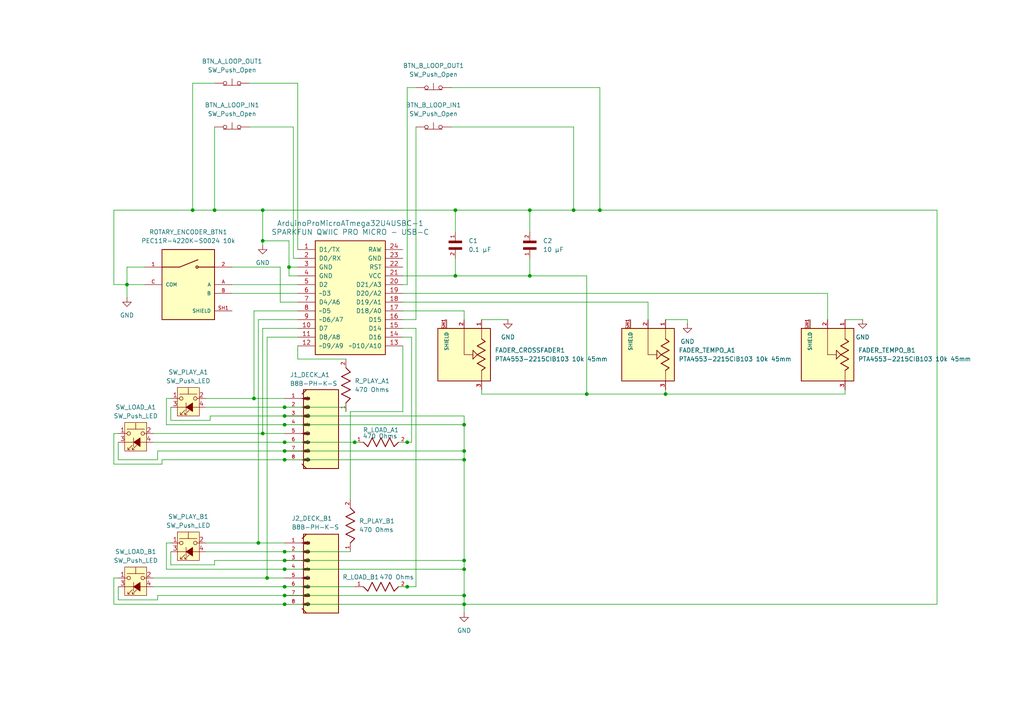
<source format=kicad_sch>
(kicad_sch (version 20250114) (generator "eeschema") (generator_version "9.0")
  (paper "A4")
  (lib_symbols
    (symbol "Arduino:Sparkfun_Pro_Micro" (pin_names (offset 1.016))
      (property "Reference" "U" (at -8.89 21.59 0))
      (property "Value" "Sparkfun_Pro_Micro" (at 0 19.05 0))
      (symbol "Sparkfun_Pro_Micro_0_1"
        (rectangle (start -10.16 17.78) (end 10.16 -15.24) (stroke (width 0.254)) (fill (type background)))
      )
      (symbol "Sparkfun_Pro_Micro_1_1"
        (pin bidirectional line (at -15.24 15.24 0) (length 5.08) (name "D1/TX") (number "1"))
        (pin bidirectional line (at -15.24 12.7 0) (length 5.08) (name "D0/RX") (number "2"))
        (pin power_in line (at -15.24 10.16 0) (length 5.08) (name "GND") (number "3"))
        (pin power_in line (at -15.24 7.62 0) (length 5.08) (name "GND") (number "4"))
        (pin bidirectional line (at -15.24 5.08 0) (length 5.08) (name "D2") (number "5"))
        (pin bidirectional line (at -15.24 2.54 0) (length 5.08) (name "~D3") (number "6"))
        (pin bidirectional line (at -15.24 0 0) (length 5.08) (name "D4/A6") (number "7"))
        (pin bidirectional line (at -15.24 -2.54 0) (length 5.08) (name "~D5") (number "8"))
        (pin bidirectional line (at -15.24 -5.08 0) (length 5.08) (name "~D6/A7") (number "9"))
        (pin bidirectional line (at -15.24 -7.62 0) (length 5.08) (name "D7") (number "10"))
        (pin bidirectional line (at -15.24 -10.16 0) (length 5.08) (name "D8/A8") (number "11"))
        (pin bidirectional line (at -15.24 -12.7 0) (length 5.08) (name "~D9/A9") (number "12"))
        (pin power_in line (at 15.24 15.24 180) (length 5.08) (name "RAW") (number "24"))
        (pin power_in line (at 15.24 12.7 180) (length 5.08) (name "GND") (number "23"))
        (pin input line (at 15.24 10.16 180) (length 5.08) (name "RST") (number "22"))
        (pin power_in line (at 15.24 7.62 180) (length 5.08) (name "VCC") (number "21"))
        (pin bidirectional line (at 15.24 5.08 180) (length 5.08) (name "D21/A3") (number "20"))
        (pin bidirectional line (at 15.24 2.54 180) (length 5.08) (name "D20/A2") (number "19"))
        (pin bidirectional line (at 15.24 0 180) (length 5.08) (name "D19/A1") (number "18"))
        (pin bidirectional line (at 15.24 -2.54 180) (length 5.08) (name "D18/A0") (number "17"))
        (pin bidirectional line (at 15.24 -5.08 180) (length 5.08) (name "D15") (number "16"))
        (pin bidirectional line (at 15.24 -7.62 180) (length 5.08) (name "D14") (number "15"))
        (pin bidirectional line (at 15.24 -10.16 180) (length 5.08) (name "D16") (number "14"))
        (pin bidirectional line (at 15.24 -12.7 180) (length 5.08) (name "~D10/A10") (number "13"))
      )
    )
    (symbol "FADETUBE_LIBRARY:B8B-PH-K-S" (pin_names (offset 1.016))
      (property "Reference" "J" (at -5.58 12.7 0))
      (property "Value" "B8B-PH-K-S" (at -5.08 -12.7 0))
      (symbol "B8B-PH-K-S_0_0"
        (polyline (pts (xy -5.08 11.43) (xy -3.81 12.7)) (stroke (width 0.254)))
        (polyline (pts (xy -5.08 10.16) (xy -3.175 10.16)) (stroke (width 0.254)))
        (polyline (pts (xy -5.08 7.62) (xy -3.175 7.62)) (stroke (width 0.254)))
        (polyline (pts (xy -5.08 5.08) (xy -3.175 5.08)) (stroke (width 0.254)))
        (polyline (pts (xy -5.08 2.54) (xy -3.175 2.54)) (stroke (width 0.254)))
        (polyline (pts (xy -5.08 0) (xy -3.175 0)) (stroke (width 0.254)))
        (polyline (pts (xy -5.08 -2.54) (xy -3.175 -2.54)) (stroke (width 0.254)))
        (polyline (pts (xy -5.08 -5.08) (xy -3.175 -5.08)) (stroke (width 0.254)))
        (polyline (pts (xy -5.08 -7.62) (xy -3.175 -7.62)) (stroke (width 0.254)))
        (polyline (pts (xy -5.08 -8.89) (xy -3.81 -10.16)) (stroke (width 0.254)))
        (rectangle (start -4.6831 -10.16) (end 5.4769 12.7) (stroke (width 0.254)) (fill (type background)))
        (rectangle (start -4.445 9.8425) (end -2.8575 10.4775) (stroke (width 0.1)) (fill (type outline)))
        (rectangle (start -4.445 7.3025) (end -2.8575 7.9375) (stroke (width 0.1)) (fill (type outline)))
        (rectangle (start -4.445 4.7625) (end -2.8575 5.3975) (stroke (width 0.1)) (fill (type outline)))
        (rectangle (start -4.445 2.2225) (end -2.8575 2.8575) (stroke (width 0.1)) (fill (type outline)))
        (rectangle (start -4.445 -0.3175) (end -2.8575 0.3175) (stroke (width 0.1)) (fill (type outline)))
        (rectangle (start -4.445 -2.8575) (end -2.8575 -2.2225) (stroke (width 0.1)) (fill (type outline)))
        (rectangle (start -4.445 -5.3975) (end -2.8575 -4.7625) (stroke (width 0.1)) (fill (type outline)))
        (rectangle (start -4.445 -7.9375) (end -2.8575 -7.3025) (stroke (width 0.1)) (fill (type outline)))
        (pin passive line (at -10.16 10.16 0) (length 5.08) (name "1") (number "1"))
        (pin passive line (at -10.16 7.62 0) (length 5.08) (name "2") (number "2"))
        (pin passive line (at -10.16 5.08 0) (length 5.08) (name "3") (number "3"))
        (pin passive line (at -10.16 2.54 0) (length 5.08) (name "4") (number "4"))
        (pin passive line (at -10.16 0 0) (length 5.08) (name "5") (number "5"))
        (pin passive line (at -10.16 -2.54 0) (length 5.08) (name "6") (number "6"))
        (pin passive line (at -10.16 -5.08 0) (length 5.08) (name "7") (number "7"))
        (pin passive line (at -10.16 -7.62 0) (length 5.08) (name "8") (number "8"))
      )
    )
    (symbol "FADETUBE_LIBRARY:C0603C104K4RACTU" (pin_names (offset 1.016))
      (property "Reference" "C" (at 0 3.81 0))
      (property "Value" "C0603C104K4RACTU" (at 0 -5.08 0))
      (symbol "C0603C104K4RACTU_0_0"
        (rectangle (start 0 -1.905) (end 0.635 1.905) (stroke (width 0.1)) (fill (type outline)))
        (rectangle (start 1.905 1.905) (end 2.54 -1.905) (stroke (width 0.1)) (fill (type outline)))
        (pin passive line (at -2.54 0 0) (length 2.54) (name "~") (number "2"))
        (pin passive line (at 5.08 0 180) (length 2.54) (name "~") (number "1"))
      )
    )
    (symbol "FADETUBE_LIBRARY:C0805C106K8PACTU" (pin_names (offset 1.016))
      (property "Reference" "C" (at 0 3.81 0))
      (property "Value" "C0805C106K8PACTU" (at 0 -5.08 0))
      (symbol "C0805C106K8PACTU_0_0"
        (rectangle (start 0 -1.905) (end 0.635 1.905) (stroke (width 0.1)) (fill (type outline)))
        (rectangle (start 1.905 -1.905) (end 2.54 1.905) (stroke (width 0.1)) (fill (type outline)))
        (pin passive line (at -2.54 0 0) (length 2.54) (name "~") (number "2"))
        (pin passive line (at 5.08 0 180) (length 2.54) (name "~") (number "1"))
      )
    )
    (symbol "FADETUBE_LIBRARY:PEC11R-4220K-S0024" (pin_names (offset 1.016))
      (property "Reference" "S" (at -7.62 10.922 0))
      (property "Value" "PEC11R-4220K-S0024" (at -7.62 -12.7 0))
      (symbol "PEC11R-4220K-S0024_0_0"
        (rectangle (start -7.62 -10.16) (end 7.62 10.16) (stroke (width 0.254)) (fill (type background)))
        (polyline (pts (xy -2.54 5.08) (xy -7.62 5.08)) (stroke (width 0.254)))
        (polyline (pts (xy -2.54 5.08) (xy 2.794 7.2136)) (stroke (width 0.254)))
        (circle (center 2.54 5.08) (radius 0.3302) (stroke (width 0.254)))
        (polyline (pts (xy 7.62 5.08) (xy 2.921 5.08)) (stroke (width 0.254)))
        (pin passive line (at -12.7 5.08 0) (length 5.08) (name "~") (number "1"))
        (pin passive line (at -12.7 0 0) (length 5.08) (name "COM") (number "C"))
        (pin passive line (at 12.7 5.08 180) (length 5.08) (name "~") (number "2"))
        (pin passive line (at 12.7 0 180) (length 5.08) (name "A") (number "A"))
        (pin passive line (at 12.7 -2.54 180) (length 5.08) (name "B") (number "B"))
        (pin passive line (at 12.7 -7.62 180) (length 5.08) (name "SHIELD") (number "SH1"))
        (pin passive line (at 12.7 -7.62 180) (length 5.08) (hide yes) (name "SHIELD") (number "SH2"))
      )
    )
    (symbol "FADETUBE_LIBRARY:PTA4553-2215CIB103" (pin_names (offset 1.016))
      (property "Reference" "R" (at -7.62 8.382 0))
      (property "Value" "PTA4553-2215CIB103" (at -7.62 -10.16 0))
      (symbol "PTA4553-2215CIB103_0_0"
        (polyline (pts (xy -7.62 5.08) (xy -4.572 5.08)) (stroke (width 0.1524)))
        (rectangle (start -7.62 -7.62) (end 7.62 7.62) (stroke (width 0.254)) (fill (type background)))
        (polyline (pts (xy -4.572 5.08) (xy -3.81 6.096)) (stroke (width 0.254)))
        (polyline (pts (xy -3.81 6.096) (xy -2.54 3.81)) (stroke (width 0.254)))
        (polyline (pts (xy -2.54 3.81) (xy -1.27 6.096)) (stroke (width 0.254)))
        (polyline (pts (xy -1.27 6.096) (xy 0 3.81)) (stroke (width 0.254)))
        (polyline (pts (xy -1.27 2.54) (xy 0 3.81)) (stroke (width 0.2032)))
        (polyline (pts (xy 0 3.81) (xy 1.27 6.096)) (stroke (width 0.254)))
        (polyline (pts (xy 0 3.81) (xy 1.27 2.54)) (stroke (width 0.2032)))
        (polyline (pts (xy 0 2.54) (xy -1.27 2.54)) (stroke (width 0.2032)))
        (polyline (pts (xy 0 2.54) (xy 0 0)) (stroke (width 0.1524)))
        (polyline (pts (xy 0 0) (xy -7.62 0)) (stroke (width 0.1524)))
        (polyline (pts (xy 1.27 6.096) (xy 2.54 3.81)) (stroke (width 0.254)))
        (polyline (pts (xy 1.27 2.54) (xy 0 2.54)) (stroke (width 0.2032)))
        (polyline (pts (xy 2.54 3.81) (xy 3.81 6.096)) (stroke (width 0.254)))
        (polyline (pts (xy 3.81 6.096) (xy 4.572 5.08)) (stroke (width 0.254)))
        (polyline (pts (xy 4.572 5.08) (xy 7.62 5.08)) (stroke (width 0.1524)))
        (pin passive line (at -10.16 5.08 0) (length 2.54) (name "~") (number "1"))
        (pin passive line (at -10.16 0 0) (length 2.54) (name "~") (number "2"))
        (pin passive line (at -10.16 -5.08 0) (length 2.54) (name "SHIELD") (number "SH1"))
        (pin passive line (at -10.16 -5.08 0) (length 2.54) (hide yes) (name "SHIELD") (number "SH2"))
        (pin passive line (at -10.16 -5.08 0) (length 2.54) (hide yes) (name "SHIELD") (number "SH3"))
        (pin passive line (at -10.16 -5.08 0) (length 2.54) (hide yes) (name "SHIELD") (number "SH4"))
        (pin passive line (at 10.16 5.08 180) (length 2.54) (name "~") (number "3"))
      )
    )
    (symbol "FADETUBE_LIBRARY:RC0603FR-07470RL" (pin_names (offset 1.016))
      (property "Reference" "R" (at -3.8124 2.0079 0))
      (property "Value" "RC0603FR-07470RL" (at -3.8135 -3.5593 0))
      (symbol "RC0603FR-07470RL_0_0"
        (polyline (pts (xy -5.08 0) (xy -3.81 -1.27)) (stroke (width 0.254)))
        (polyline (pts (xy -3.81 -1.27) (xy -2.54 1.27)) (stroke (width 0.254)))
        (polyline (pts (xy -2.54 1.27) (xy -1.27 -1.27)) (stroke (width 0.254)))
        (polyline (pts (xy -1.27 -1.27) (xy 0 1.27)) (stroke (width 0.254)))
        (polyline (pts (xy 0 1.27) (xy 1.27 -1.27)) (stroke (width 0.254)))
        (polyline (pts (xy 1.27 -1.27) (xy 2.54 1.27)) (stroke (width 0.254)))
        (polyline (pts (xy 2.54 1.27) (xy 3.81 -1.27)) (stroke (width 0.254)))
        (polyline (pts (xy 3.81 -1.27) (xy 5.08 0)) (stroke (width 0.254)))
        (pin passive line (at -7.62 0 0) (length 2.54) (name "~") (number "1"))
        (pin passive line (at 7.62 0 180) (length 2.54) (name "~") (number "2"))
      )
    )
    (symbol "Switch:SW_Push_LED" (pin_names (offset 1.016) (hide yes))
      (property "Reference" "SW" (at 0 7.62 0))
      (property "Value" "SW_Push_LED" (at 0 -3.81 0))
      (symbol "SW_Push_LED_0_0"
        (polyline (pts (xy -2.54 0) (xy 2.54 0)))
        (polyline (pts (xy -2.286 -1.524) (xy -2.286 -2.159) (xy -1.651 -2.159)))
        (polyline (pts (xy -2.286 -2.159) (xy -1.016 -0.889)))
        (polyline (pts (xy -1.016 -1.524) (xy -1.016 -2.159) (xy -0.381 -2.159)))
        (polyline (pts (xy -1.016 -2.159) (xy 0.254 -0.889)))
        (polyline (pts (xy -0.635 1.27) (xy -0.635 -1.27)))
        (polyline (pts (xy -0.635 0) (xy 1.27 1.27) (xy 1.27 -1.27) (xy -0.635 0)) (fill (type outline)))
      )
      (symbol "SW_Push_LED_0_1"
        (circle (center -2.032 2.54) (radius 0.508))
        (polyline (pts (xy 0 3.81) (xy 0 5.588)))
        (circle (center 2.032 2.54) (radius 0.508))
        (polyline (pts (xy 2.54 3.81) (xy -2.54 3.81)))
        (pin passive line (at -5.08 2.54 0) (length 2.54) (name "1") (number "1"))
        (pin passive line (at -5.08 0 0) (length 2.54) (name "K") (number "3"))
        (pin passive line (at 5.08 2.54 180) (length 2.54) (name "2") (number "2"))
        (pin passive line (at 5.08 0 180) (length 2.54) (name "A") (number "4"))
      )
      (symbol "SW_Push_LED_1_1"
        (rectangle (start -3.175 5.715) (end 3.175 -2.54) (fill (type background)))
      )
    )
    (symbol "Switch:SW_Push_Open" (pin_numbers (hide yes)) (pin_names (offset 1.016) (hide yes))
      (property "Reference" "SW" (at 0 2.54 0))
      (property "Value" "SW_Push_Open" (at 0 -1.905 0))
      (symbol "SW_Push_Open_0_1"
        (polyline (pts (xy -2.54 -0.635) (xy 2.54 -0.635)))
        (circle (center -2.032 0) (radius 0.508))
        (polyline (pts (xy 0 -0.635) (xy 0 1.27)))
        (circle (center 2.032 0) (radius 0.508))
        (pin passive line (at -5.08 0 0) (length 2.54) (name "A") (number "1"))
      )
      (symbol "SW_Push_Open_1_1"
        (pin passive line (at 5.08 0 180) (length 2.54) (name "B") (number "2"))
      )
    )
    (symbol "power:GND" (power) (pin_numbers (hide yes)) (pin_names (offset 0) (hide yes))
      (property "Value" "GND" (at 0 -3.81 0))
      (symbol "GND_0_1"
        (polyline (pts (xy 0 0) (xy 0 -1.27) (xy 1.27 -1.27) (xy 0 -2.54) (xy -1.27 -1.27) (xy 0 -1.27)))
      )
      (symbol "GND_1_1"
        (pin power_in line (at 0 0 270) (length 0) (name "~") (number "1"))
      )
    )
  )
  (junction (at 74.93 157.48))
  (junction (at 170.18 114.3))
  (junction (at 173.99 60.96))
  (junction (at 82.55 120.65))
  (junction (at 82.55 172.72))
  (junction (at 82.55 128.27))
  (junction (at 118.11 128.27))
  (junction (at 134.62 162.56))
  (junction (at 134.62 165.1))
  (junction (at 134.62 172.72))
  (junction (at 82.55 133.35))
  (junction (at 134.62 130.81))
  (junction (at 82.55 170.18))
  (junction (at 132.08 80.01))
  (junction (at 77.47 167.64))
  (junction (at 76.2 69.85))
  (junction (at 73.66 115.57))
  (junction (at 134.62 133.35))
  (junction (at 82.55 165.1))
  (junction (at 134.62 123.19))
  (junction (at 62.23 60.96))
  (junction (at 134.62 175.26))
  (junction (at 82.55 123.19))
  (junction (at 118.11 170.18))
  (junction (at 76.2 125.73))
  (junction (at 132.08 60.96))
  (junction (at 153.67 60.96))
  (junction (at 82.55 160.02))
  (junction (at 76.2 60.96))
  (junction (at 55.88 60.96))
  (junction (at 102.87 128.27))
  (junction (at 166.37 60.96))
  (junction (at 83.82 77.47))
  (junction (at 82.55 175.26))
  (junction (at 82.55 118.11))
  (junction (at 82.55 130.81))
  (junction (at 153.67 80.01))
  (junction (at 82.55 162.56))
  (junction (at 36.83 82.55))
  (junction (at 193.04 114.3))
  (wire (pts (xy 240.03 92.71) (xy 240.03 85.09)))
  (wire (pts (xy 46.99 133.35) (xy 46.99 134.62)))
  (wire (pts (xy 132.08 74.93) (xy 132.08 80.01)))
  (wire (pts (xy 102.87 128.27) (xy 104.14 128.27)))
  (wire (pts (xy 166.37 36.83) (xy 166.37 60.96)))
  (wire (pts (xy 33.02 125.73) (xy 34.29 125.73)))
  (wire (pts (xy 45.72 130.81) (xy 45.72 133.35)))
  (wire (pts (xy 115.57 128.27) (xy 118.11 128.27)))
  (wire (pts (xy 130.81 36.83) (xy 166.37 36.83)))
  (wire (pts (xy 60.96 120.65) (xy 60.96 121.92)))
  (wire (pts (xy 116.84 90.17) (xy 134.62 90.17)))
  (wire (pts (xy 153.67 60.96) (xy 153.67 67.31)))
  (wire (pts (xy 44.45 128.27) (xy 82.55 128.27)))
  (wire (pts (xy 33.02 82.55) (xy 36.83 82.55)))
  (wire (pts (xy 82.55 133.35) (xy 46.99 133.35)))
  (wire (pts (xy 132.08 60.96) (xy 153.67 60.96)))
  (wire (pts (xy 82.55 123.19) (xy 48.26 123.19)))
  (wire (pts (xy 45.72 172.72) (xy 45.72 173.99)))
  (wire (pts (xy 62.23 36.83) (xy 62.23 60.96)))
  (wire (pts (xy 86.36 74.93) (xy 85.09 74.93)))
  (wire (pts (xy 81.28 87.63) (xy 86.36 87.63)))
  (wire (pts (xy 86.36 24.13) (xy 72.39 24.13)))
  (wire (pts (xy 134.62 165.1) (xy 134.62 172.72)))
  (wire (pts (xy 60.96 121.92) (xy 49.53 121.92)))
  (wire (pts (xy 73.66 90.17) (xy 73.66 115.57)))
  (wire (pts (xy 139.7 114.3) (xy 170.18 114.3)))
  (wire (pts (xy 193.04 92.71) (xy 199.39 92.71)))
  (wire (pts (xy 271.78 175.26) (xy 134.62 175.26)))
  (wire (pts (xy 153.67 80.01) (xy 170.18 80.01)))
  (wire (pts (xy 134.62 133.35) (xy 134.62 162.56)))
  (wire (pts (xy 67.31 77.47) (xy 81.28 77.47)))
  (wire (pts (xy 120.65 36.83) (xy 120.65 92.71)))
  (wire (pts (xy 116.84 82.55) (xy 118.11 82.55)))
  (wire (pts (xy 48.26 157.48) (xy 49.53 157.48)))
  (wire (pts (xy 82.55 118.11) (xy 100.33 118.11)))
  (wire (pts (xy 134.62 123.19) (xy 134.62 120.65)))
  (wire (pts (xy 82.55 128.27) (xy 102.87 128.27)))
  (wire (pts (xy 116.84 119.38) (xy 116.84 100.33)))
  (wire (pts (xy 44.45 170.18) (xy 82.55 170.18)))
  (wire (pts (xy 85.09 74.93) (xy 85.09 36.83)))
  (wire (pts (xy 82.55 165.1) (xy 48.26 165.1)))
  (wire (pts (xy 82.55 130.81) (xy 134.62 130.81)))
  (wire (pts (xy 118.11 170.18) (xy 120.65 170.18)))
  (wire (pts (xy 48.26 123.19) (xy 48.26 115.57)))
  (wire (pts (xy 101.6 119.38) (xy 116.84 119.38)))
  (wire (pts (xy 82.55 130.81) (xy 45.72 130.81)))
  (wire (pts (xy 44.45 125.73) (xy 76.2 125.73)))
  (wire (pts (xy 67.31 82.55) (xy 86.36 82.55)))
  (wire (pts (xy 120.65 95.25) (xy 116.84 95.25)))
  (wire (pts (xy 59.69 157.48) (xy 74.93 157.48)))
  (wire (pts (xy 86.36 95.25) (xy 76.2 95.25)))
  (wire (pts (xy 33.02 167.64) (xy 34.29 167.64)))
  (wire (pts (xy 49.53 121.92) (xy 49.53 118.11)))
  (wire (pts (xy 139.7 113.03) (xy 139.7 114.3)))
  (wire (pts (xy 132.08 80.01) (xy 153.67 80.01)))
  (wire (pts (xy 83.82 69.85) (xy 83.82 77.47)))
  (wire (pts (xy 199.39 92.71) (xy 199.39 93.98)))
  (wire (pts (xy 116.84 97.79) (xy 119.38 97.79)))
  (wire (pts (xy 59.69 115.57) (xy 73.66 115.57)))
  (wire (pts (xy 187.96 92.71) (xy 187.96 87.63)))
  (wire (pts (xy 166.37 60.96) (xy 173.99 60.96)))
  (wire (pts (xy 173.99 60.96) (xy 271.78 60.96)))
  (wire (pts (xy 62.23 163.83) (xy 49.53 163.83)))
  (wire (pts (xy 86.36 104.14) (xy 100.33 104.14)))
  (wire (pts (xy 82.55 172.72) (xy 134.62 172.72)))
  (wire (pts (xy 118.11 82.55) (xy 118.11 25.4)))
  (wire (pts (xy 82.55 170.18) (xy 102.87 170.18)))
  (wire (pts (xy 62.23 60.96) (xy 55.88 60.96)))
  (wire (pts (xy 33.02 175.26) (xy 33.02 167.64)))
  (wire (pts (xy 62.23 24.13) (xy 55.88 24.13)))
  (wire (pts (xy 130.81 25.4) (xy 173.99 25.4)))
  (wire (pts (xy 86.36 80.01) (xy 83.82 80.01)))
  (wire (pts (xy 134.62 175.26) (xy 134.62 177.8)))
  (wire (pts (xy 67.31 85.09) (xy 86.36 85.09)))
  (wire (pts (xy 36.83 82.55) (xy 36.83 86.36)))
  (wire (pts (xy 34.29 173.99) (xy 34.29 170.18)))
  (wire (pts (xy 82.55 175.26) (xy 134.62 175.26)))
  (wire (pts (xy 45.72 133.35) (xy 34.29 133.35)))
  (wire (pts (xy 76.2 60.96) (xy 132.08 60.96)))
  (wire (pts (xy 55.88 60.96) (xy 33.02 60.96)))
  (wire (pts (xy 118.11 128.27) (xy 119.38 128.27)))
  (wire (pts (xy 45.72 173.99) (xy 34.29 173.99)))
  (wire (pts (xy 118.11 25.4) (xy 120.65 25.4)))
  (wire (pts (xy 82.55 120.65) (xy 60.96 120.65)))
  (wire (pts (xy 82.55 133.35) (xy 134.62 133.35)))
  (wire (pts (xy 132.08 60.96) (xy 132.08 67.31)))
  (wire (pts (xy 76.2 95.25) (xy 76.2 125.73)))
  (wire (pts (xy 82.55 165.1) (xy 134.62 165.1)))
  (wire (pts (xy 59.69 118.11) (xy 82.55 118.11)))
  (wire (pts (xy 76.2 60.96) (xy 62.23 60.96)))
  (wire (pts (xy 49.53 163.83) (xy 49.53 160.02)))
  (wire (pts (xy 245.11 113.03) (xy 245.11 114.3)))
  (wire (pts (xy 82.55 162.56) (xy 134.62 162.56)))
  (wire (pts (xy 44.45 167.64) (xy 77.47 167.64)))
  (wire (pts (xy 139.7 92.71) (xy 147.32 92.71)))
  (wire (pts (xy 74.93 157.48) (xy 82.55 157.48)))
  (wire (pts (xy 119.38 128.27) (xy 119.38 97.79)))
  (wire (pts (xy 83.82 69.85) (xy 76.2 69.85)))
  (wire (pts (xy 86.36 92.71) (xy 74.93 92.71)))
  (wire (pts (xy 48.26 165.1) (xy 48.26 157.48)))
  (wire (pts (xy 76.2 69.85) (xy 76.2 71.12)))
  (wire (pts (xy 59.69 160.02) (xy 82.55 160.02)))
  (wire (pts (xy 134.62 172.72) (xy 134.62 175.26)))
  (wire (pts (xy 81.28 77.47) (xy 81.28 87.63)))
  (wire (pts (xy 115.57 170.18) (xy 118.11 170.18)))
  (wire (pts (xy 101.6 119.38) (xy 101.6 144.78)))
  (wire (pts (xy 240.03 85.09) (xy 116.84 85.09)))
  (wire (pts (xy 33.02 175.26) (xy 82.55 175.26)))
  (wire (pts (xy 86.36 77.47) (xy 83.82 77.47)))
  (wire (pts (xy 76.2 60.96) (xy 76.2 69.85)))
  (wire (pts (xy 82.55 123.19) (xy 134.62 123.19)))
  (wire (pts (xy 116.84 92.71) (xy 120.65 92.71)))
  (wire (pts (xy 134.62 123.19) (xy 134.62 130.81)))
  (wire (pts (xy 34.29 133.35) (xy 34.29 128.27)))
  (wire (pts (xy 187.96 87.63) (xy 116.84 87.63)))
  (wire (pts (xy 170.18 114.3) (xy 170.18 80.01)))
  (wire (pts (xy 82.55 120.65) (xy 134.62 120.65)))
  (wire (pts (xy 55.88 24.13) (xy 55.88 60.96)))
  (wire (pts (xy 245.11 114.3) (xy 193.04 114.3)))
  (wire (pts (xy 76.2 125.73) (xy 82.55 125.73)))
  (wire (pts (xy 134.62 130.81) (xy 134.62 133.35)))
  (wire (pts (xy 86.36 97.79) (xy 77.47 97.79)))
  (wire (pts (xy 85.09 36.83) (xy 72.39 36.83)))
  (wire (pts (xy 193.04 113.03) (xy 193.04 114.3)))
  (wire (pts (xy 73.66 115.57) (xy 82.55 115.57)))
  (wire (pts (xy 83.82 77.47) (xy 83.82 80.01)))
  (wire (pts (xy 120.65 170.18) (xy 120.65 95.25)))
  (wire (pts (xy 36.83 82.55) (xy 41.91 82.55)))
  (wire (pts (xy 86.36 100.33) (xy 86.36 104.14)))
  (wire (pts (xy 82.55 160.02) (xy 101.6 160.02)))
  (wire (pts (xy 33.02 60.96) (xy 33.02 82.55)))
  (wire (pts (xy 82.55 172.72) (xy 45.72 172.72)))
  (wire (pts (xy 36.83 77.47) (xy 36.83 82.55)))
  (wire (pts (xy 62.23 162.56) (xy 62.23 163.83)))
  (wire (pts (xy 41.91 77.47) (xy 36.83 77.47)))
  (wire (pts (xy 46.99 134.62) (xy 33.02 134.62)))
  (wire (pts (xy 193.04 114.3) (xy 170.18 114.3)))
  (wire (pts (xy 134.62 162.56) (xy 134.62 165.1)))
  (wire (pts (xy 77.47 167.64) (xy 82.55 167.64)))
  (wire (pts (xy 153.67 74.93) (xy 153.67 80.01)))
  (wire (pts (xy 245.11 92.71) (xy 250.19 92.71)))
  (wire (pts (xy 100.33 118.11) (xy 100.33 119.38)))
  (wire (pts (xy 33.02 134.62) (xy 33.02 125.73)))
  (wire (pts (xy 271.78 60.96) (xy 271.78 175.26)))
  (wire (pts (xy 134.62 90.17) (xy 134.62 92.71)))
  (wire (pts (xy 77.47 97.79) (xy 77.47 167.64)))
  (wire (pts (xy 74.93 92.71) (xy 74.93 157.48)))
  (wire (pts (xy 48.26 115.57) (xy 49.53 115.57)))
  (wire (pts (xy 116.84 80.01) (xy 132.08 80.01)))
  (wire (pts (xy 173.99 25.4) (xy 173.99 60.96)))
  (wire (pts (xy 86.36 72.39) (xy 86.36 24.13)))
  (wire (pts (xy 73.66 90.17) (xy 86.36 90.17)))
  (wire (pts (xy 153.67 60.96) (xy 166.37 60.96)))
  (wire (pts (xy 82.55 162.56) (xy 62.23 162.56)))
  (symbol (lib_id "FADETUBE_LIBRARY:PTA4553-2215CIB103") (at 240.03 102.87 270) (unit 1)
    (property "Reference" "FADER_TEMPO_B1" (at 248.92 101.5999 90) (effects (justify left)))
    (property "Value" "PTA4553-2215CIB103 10k 45mm" (at 248.92 104.1399 90) (effects (justify left)))
    (property "Footprint" "FADETUBE_LIBRARY:TRIM_PTA4553-2215CIB103" (effects (hide yes)))
    (property "Datasheet" "https://bourns.com/data/global/pdfs/PTA.pdf" (effects (hide yes)))
    (property "Description" "10 kOhms 0.25W, 1/4W Through Hole Slide Potentiometer Top Adjustment Type" (effects (hide yes)))
    (property "MF" "Bourns" (effects (hide yes)))
    (property "PACKAGE" "None" (effects (hide yes)))
    (property "PRICE" "None" (effects (hide yes)))
    (property "Package" "None" (effects (hide yes)))
    (property "Check_prices" "https://www.snapeda.com/parts/PTA4553-2215CIB103/Bourns/view-part/?ref=eda" (effects (hide yes)))
    (property "Price" "None" (effects (hide yes)))
    (property "SnapEDA_Link" "https://www.snapeda.com/parts/PTA4553-2215CIB103/Bourns/view-part/?ref=snap" (effects (hide yes)))
    (property "MP" "PTA4553-2215CIB103" (effects (hide yes)))
    (property "Description_1" "10 kOhms 0.25W, 1/4W Through Hole Slide Potentiometer Top Adjustment Type" (effects (hide yes)))
    (property "Availability" "In Stock" (effects (hide yes)))
    (property "AVAILABILITY" "In Stock" (effects (hide yes)))
    (property "PURCHASE-URL" "https://www.digikey.com/en/products/detail/bourns-inc/PTA4553-2215CIB103/3781219?utm_campaign=buynow&utm_medium=aggregator&utm_source=snapeda" (effects (hide yes)))
    (property "MANUFACTURER" "BOURNS" (effects (hide yes)))
    (property "MANUFACTURER PART NUMBER" "PTA4553-2215CIB103" (effects (hide yes)))
    (property "SUPPLIER" "DIGIKEY" (effects (hide yes)))
    (property "SUPPLIER PART NUMBER" "PTA4553-2215CIB103-ND" (effects (hide yes)))
  )
  (symbol (lib_id "Switch:SW_Push_LED") (at 39.37 170.18 0) (unit 1) (in_bom no) (on_board no)
    (property "Reference" "SW_LOAD_B1" (at 39.37 160.02 0))
    (property "Value" "SW_Push_LED" (at 39.37 162.56 0))
    (property "Description" "Push button switch with LED, generic" (effects (hide yes)))
  )
  (symbol (lib_id "power:GND") (at 147.32 92.71 0) (unit 1)
    (property "Reference" "#PWR02" (effects (hide yes)))
    (property "Value" "GND" (at 147.32 97.79 0))
    (property "Description" "Power symbol creates a global label with name \"GND\" , ground" (effects (hide yes)))
  )
  (symbol (lib_id "FADETUBE_LIBRARY:B8B-PH-K-S") (at 92.71 125.73 0) (unit 1)
    (property "Reference" "J1_DECK_A1" (at 84.074 108.712 0) (effects (justify left)))
    (property "Value" "B8B-PH-K-S" (at 84.074 111.252 0) (effects (justify left)))
    (property "Footprint" "FADETUBE_LIBRARY:JST_B8B-PH-K-S" (effects (hide yes)))
    (property "Datasheet" "https://www.jst.com/wp-content/uploads/2025/06/ePH.pdf" (effects (hide yes)))
    (property "MF" "JST Sales" (effects (hide yes)))
    (property "Description_1" "Connector Header Through Hole 8 position 0.079 (2.00mm)" (effects (hide yes)))
    (property "Package" "None" (effects (hide yes)))
    (property "Price" "None" (effects (hide yes)))
    (property "Check_prices" "https://www.snapeda.com/parts/B8B-PH-K-S/JST/view-part/?ref=eda" (effects (hide yes)))
    (property "SnapEDA_Link" "https://www.snapeda.com/parts/B8B-PH-K-S/JST%20Sales/view-part/?ref=search&t=B8B-PH-K-S&ab_test_case=b" (effects (hide yes)))
    (property "MP" "B8B-PH-K-S" (effects (hide yes)))
    (property "Availability" "In Stock" (effects (hide yes)))
    (property "MANUFACTURER" "JST" (effects (hide yes)))
    (property "MANUFACTURER PART NUMBER" "B8B-PH-K-S" (effects (hide yes)))
    (property "PURCHASE-URL" "https://www.digikey.com/en/products/detail/jst-sales-america-inc/B8B-PH-K-S/926617?utm_campaign=buynow&utm_medium=aggregator&utm_source=snapeda" (effects (hide yes)))
    (property "SUPPLIER" "DIGIKEY" (effects (hide yes)))
    (property "SUPPLIER PART NUMBER" "455-1710-ND" (effects (hide yes)))
  )
  (symbol (lib_id "power:GND") (at 199.39 93.98 0) (unit 1)
    (property "Reference" "#PWR01" (effects (hide yes)))
    (property "Value" "GND" (at 199.39 99.06 0))
    (property "Description" "Power symbol creates a global label with name \"GND\" , ground" (effects (hide yes)))
  )
  (symbol (lib_id "power:GND") (at 36.83 86.36 0) (unit 1)
    (property "Reference" "#PWR03" (effects (hide yes)))
    (property "Value" "GND" (at 36.83 91.44 0))
    (property "Description" "Power symbol creates a global label with name \"GND\" , ground" (effects (hide yes)))
  )
  (symbol (lib_id "Switch:SW_Push_LED") (at 54.61 118.11 0) (unit 1) (in_bom no) (on_board no)
    (property "Reference" "SW_PLAY_A1" (at 54.61 107.95 0))
    (property "Value" "SW_Push_LED" (at 54.61 110.49 0))
    (property "Description" "Push button switch with LED, generic" (effects (hide yes)))
  )
  (symbol (lib_id "FADETUBE_LIBRARY:PTA4553-2215CIB103") (at 134.62 102.87 270) (unit 1)
    (property "Reference" "FADER_CROSSFADER1" (at 143.51 101.5999 90) (effects (justify left)))
    (property "Value" "PTA4553-2215CIB103 10k 45mm" (at 143.51 104.1399 90) (effects (justify left)))
    (property "Footprint" "FADETUBE_LIBRARY:TRIM_PTA4553-2215CIB103" (effects (hide yes)))
    (property "Datasheet" "https://bourns.com/data/global/pdfs/PTA.pdf" (effects (hide yes)))
    (property "Description" "10 kOhms 0.25W, 1/4W Through Hole Slide Potentiometer Top Adjustment Type" (effects (hide yes)))
    (property "MF" "Bourns" (effects (hide yes)))
    (property "PACKAGE" "None" (effects (hide yes)))
    (property "PRICE" "None" (effects (hide yes)))
    (property "Package" "None" (effects (hide yes)))
    (property "Check_prices" "https://www.snapeda.com/parts/PTA4553-2215CIB103/Bourns/view-part/?ref=eda" (effects (hide yes)))
    (property "Price" "None" (effects (hide yes)))
    (property "SnapEDA_Link" "https://www.snapeda.com/parts/PTA4553-2215CIB103/Bourns/view-part/?ref=snap" (effects (hide yes)))
    (property "MP" "PTA4553-2215CIB103" (effects (hide yes)))
    (property "Description_1" "10 kOhms 0.25W, 1/4W Through Hole Slide Potentiometer Top Adjustment Type" (effects (hide yes)))
    (property "Availability" "In Stock" (effects (hide yes)))
    (property "AVAILABILITY" "In Stock" (effects (hide yes)))
    (property "PURCHASE-URL" "https://www.digikey.com/en/products/detail/bourns-inc/PTA4553-2215CIB103/3781219?utm_campaign=buynow&utm_medium=aggregator&utm_source=snapeda" (effects (hide yes)))
    (property "MANUFACTURER" "BOURNS" (effects (hide yes)))
    (property "MANUFACTURER PART NUMBER" "PTA4553-2215CIB103" (effects (hide yes)))
    (property "SUPPLIER" "DIGIKEY" (effects (hide yes)))
    (property "SUPPLIER PART NUMBER" "PTA4553-2215CIB103-ND" (effects (hide yes)))
  )
  (symbol (lib_id "Switch:SW_Push_Open") (at 67.31 24.13 0) (unit 1)
    (property "Reference" "BTN_A_LOOP_OUT1" (at 67.31 17.78 0))
    (property "Value" "SW_Push_Open" (at 67.31 20.32 0))
    (property "Footprint" "Button_Switch_THT:SW_TH_Tactile_Omron_B3F-107x" (effects (hide yes)))
    (property "Description" "Push button switch, push-to-open, generic, two pins" (effects (hide yes)))
  )
  (symbol (lib_id "Switch:SW_Push_Open") (at 125.73 25.4 0) (unit 1)
    (property "Reference" "BTN_B_LOOP_OUT1" (at 125.73 19.05 0))
    (property "Value" "SW_Push_Open" (at 125.73 21.59 0))
    (property "Footprint" "Button_Switch_THT:SW_TH_Tactile_Omron_B3F-107x" (effects (hide yes)))
    (property "Description" "Push button switch, push-to-open, generic, two pins" (effects (hide yes)))
  )
  (symbol (lib_id "Switch:SW_Push_LED") (at 54.61 160.02 0) (unit 1) (in_bom no) (on_board no)
    (property "Reference" "SW_PLAY_B1" (at 54.61 149.86 0))
    (property "Value" "SW_Push_LED" (at 54.61 152.4 0))
    (property "Description" "Push button switch with LED, generic" (effects (hide yes)))
  )
  (symbol (lib_id "FADETUBE_LIBRARY:RC0603FR-07470RL") (at 101.6 152.4 90) (unit 1)
    (property "Reference" "R_PLAY_B1" (at 104.14 151.1299 90) (effects (justify right)))
    (property "Value" "470 Ohms" (at 104.14 153.6699 90) (effects (justify right)))
    (property "Footprint" "Resistor_THT:R_Axial_DIN0207_L6.3mm_D2.5mm_P7.62mm_Horizontal" (effects (hide yes)))
    (property "Datasheet" "https://yageogroup.com/content/datasheet/asset/file/PYU-RC_GROUP_51_ROHS_L" (effects (hide yes)))
    (property "Description" "RC0603FR-07470RL" (effects (hide yes)))
    (property "MF" "Yageo" (effects (hide yes)))
    (property "Description_1" "470 Ohms ±1% 0.1W, 1/10W Chip Resistor 0603 (1608 Metric) Moisture Resistant Thick Film" (effects (hide yes)))
    (property "Package" "0603 Yageo" (effects (hide yes)))
    (property "Price" "None" (effects (hide yes)))
    (property "Check_prices" "https://www.snapeda.com/parts/RC0603FR-07470RL/Yageo/view-part/?ref=eda" (effects (hide yes)))
    (property "SnapEDA_Link" "https://www.snapeda.com/parts/RC0603FR-07470RL/Yageo/view-part/?ref=snap" (effects (hide yes)))
    (property "MP" "RC0603FR-07470RL" (effects (hide yes)))
    (property "Availability" "In Stock" (effects (hide yes)))
    (property "MANUFACTURER" "YAGEO" (effects (hide yes)))
    (property "MANUFACTURER PART NUMBER" "RC0603FR-07470RL" (effects (hide yes)))
    (property "PURCHASE-URL" "https://www.digikey.com/en/products/detail/yageo/RC0603FR-07470RL/727256?s=N4IgTCBcDaIEoGEAMA2JBmAYnAtEg7ACz5JwAyIAugL5A" (effects (hide yes)))
    (property "SUPPLIER" "DIGIKEY" (effects (hide yes)))
    (property "SUPPLIER PART NUMBER" "311-470HRTR-ND" (effects (hide yes)))
  )
  (symbol (lib_id "FADETUBE_LIBRARY:RC0603FR-07470RL") (at 110.49 128.27 0) (unit 1)
    (property "Reference" "R_LOAD_A1" (at 110.49 124.714 0))
    (property "Value" "470 Ohms" (at 110.236 126.492 0))
    (property "Footprint" "Resistor_THT:R_Axial_DIN0207_L6.3mm_D2.5mm_P7.62mm_Horizontal" (effects (hide yes)))
    (property "Datasheet" "https://yageogroup.com/content/datasheet/asset/file/PYU-RC_GROUP_51_ROHS_L" (effects (hide yes)))
    (property "Description" "RC0603FR-07470RL" (effects (hide yes)))
    (property "MF" "Yageo" (effects (hide yes)))
    (property "Description_1" "470 Ohms ±1% 0.1W, 1/10W Chip Resistor 0603 (1608 Metric) Moisture Resistant Thick Film" (effects (hide yes)))
    (property "Package" "0603 Yageo" (effects (hide yes)))
    (property "Price" "None" (effects (hide yes)))
    (property "Check_prices" "https://www.snapeda.com/parts/RC0603FR-07470RL/Yageo/view-part/?ref=eda" (effects (hide yes)))
    (property "SnapEDA_Link" "https://www.snapeda.com/parts/RC0603FR-07470RL/Yageo/view-part/?ref=snap" (effects (hide yes)))
    (property "MP" "RC0603FR-07470RL" (effects (hide yes)))
    (property "Availability" "In Stock" (effects (hide yes)))
    (property "MANUFACTURER" "YAGEO" (effects (hide yes)))
    (property "MANUFACTURER PART NUMBER" "RC0603FR-07470RL" (effects (hide yes)))
    (property "PURCHASE-URL" "https://www.digikey.com/en/products/detail/yageo/RC0603FR-07470RL/727256?s=N4IgTCBcDaIEoGEAMA2JBmAYnAtEg7ACz5JwAyIAugL5A" (effects (hide yes)))
    (property "SUPPLIER" "DIGIKEY" (effects (hide yes)))
    (property "SUPPLIER PART NUMBER" "311-470HRTR-ND" (effects (hide yes)))
  )
  (symbol (lib_id "FADETUBE_LIBRARY:C0603C104K4RACTU") (at 132.08 72.39 90) (unit 1)
    (property "Reference" "C1" (at 135.89 69.8499 90) (effects (justify right)))
    (property "Value" "0.1 µF" (at 135.89 72.3899 90) (effects (justify right)))
    (property "Footprint" "Capacitor_THT:C_Disc_D3.0mm_W1.6mm_P2.50mm" (effects (hide yes)))
    (property "Datasheet" "https://yageogroup.com/content/datasheet/asset/file/KEM_C1002_X7R_SMD" (effects (hide yes)))
    (property "Description" "0.1 µF C0603C104K4RACTU" (effects (hide yes)))
    (property "MF" "KEMET" (effects (hide yes)))
    (property "Description_1" "Capacitor, Ceramic, Cap, .100uF, Tol 10%, SMT, 16V, X7R | KEMET C0603C104K4RACTU" (effects (hide yes)))
    (property "Package" "603-2 KEMET" (effects (hide yes)))
    (property "Price" "None" (effects (hide yes)))
    (property "SnapEDA_Link" "https://www.snapeda.com/parts/C0603C104K4RACTU/Kemet/view-part/?ref=snap" (effects (hide yes)))
    (property "MP" "C0603C104K4RACTU" (effects (hide yes)))
    (property "Availability" "In Stock" (effects (hide yes)))
    (property "Check_prices" "https://www.snapeda.com/parts/C0603C104K4RACTU/Kemet/view-part/?ref=eda" (effects (hide yes)))
    (property "MANUFACTURER" "KEMET" (effects (hide yes)))
    (property "MANUFACTURER PART NUMBER" "C0603C104K4RACTU" (effects (hide yes)))
    (property "PURCHASE-URL" "https://www.digikey.com/en/products/detail/kemet/C0603C104K4RACTU/411095?utm_campaign=buynow&utm_medium=aggregator&utm_source=snapeda" (effects (hide yes)))
    (property "SUPPLIER" "DIGIKEY" (effects (hide yes)))
    (property "SUPPLIER PART NUMBER" "399-C0603C104K4RACTUTR-ND" (effects (hide yes)))
  )
  (symbol (lib_id "power:GND") (at 250.19 92.71 0) (unit 1)
    (property "Reference" "#PWR04" (effects (hide yes)))
    (property "Value" "GND" (at 250.19 97.79 0))
    (property "Description" "Power symbol creates a global label with name \"GND\" , ground" (effects (hide yes)))
  )
  (symbol (lib_id "power:GND") (at 76.2 71.12 0) (unit 1)
    (property "Reference" "#PWR05" (effects (hide yes)))
    (property "Value" "GND" (at 76.2 76.2 0))
    (property "Description" "Power symbol creates a global label with name \"GND\" , ground" (effects (hide yes)))
  )
  (symbol (lib_id "Switch:SW_Push_Open") (at 67.31 36.83 0) (unit 1)
    (property "Reference" "BTN_A_LOOP_IN1" (at 67.31 30.48 0))
    (property "Value" "SW_Push_Open" (at 67.31 33.02 0))
    (property "Footprint" "Button_Switch_THT:SW_TH_Tactile_Omron_B3F-107x" (effects (hide yes)))
    (property "Description" "Push button switch, push-to-open, generic, two pins" (effects (hide yes)))
  )
  (symbol (lib_id "FADETUBE_LIBRARY:B8B-PH-K-S") (at 92.71 167.64 0) (unit 1)
    (property "Reference" "J2_DECK_B1" (at 84.582 150.368 0) (effects (justify left)))
    (property "Value" "B8B-PH-K-S" (at 84.582 152.908 0) (effects (justify left)))
    (property "Footprint" "FADETUBE_LIBRARY:JST_B8B-PH-K-S" (effects (hide yes)))
    (property "Datasheet" "https://www.jst.com/wp-content/uploads/2025/06/ePH.pdf" (effects (hide yes)))
    (property "MF" "JST Sales" (effects (hide yes)))
    (property "Description_1" "Connector Header Through Hole 8 position 0.079 (2.00mm)" (effects (hide yes)))
    (property "Package" "None" (effects (hide yes)))
    (property "Price" "None" (effects (hide yes)))
    (property "Check_prices" "https://www.snapeda.com/parts/B8B-PH-K-S/JST/view-part/?ref=eda" (effects (hide yes)))
    (property "SnapEDA_Link" "https://www.snapeda.com/parts/B8B-PH-K-S/JST%20Sales/view-part/?ref=search&t=B8B-PH-K-S&ab_test_case=b" (effects (hide yes)))
    (property "MP" "B8B-PH-K-S" (effects (hide yes)))
    (property "Availability" "In Stock" (effects (hide yes)))
    (property "MANUFACTURER" "JST" (effects (hide yes)))
    (property "MANUFACTURER PART NUMBER" "B8B-PH-K-S" (effects (hide yes)))
    (property "PURCHASE-URL" "https://www.digikey.com/en/products/detail/jst-sales-america-inc/B8B-PH-K-S/926617?utm_campaign=buynow&utm_medium=aggregator&utm_source=snapeda" (effects (hide yes)))
    (property "SUPPLIER" "DIGIKEY" (effects (hide yes)))
    (property "SUPPLIER PART NUMBER" "455-1710-ND" (effects (hide yes)))
  )
  (symbol (lib_id "FADETUBE_LIBRARY:RC0603FR-07470RL") (at 100.33 111.76 90) (unit 1)
    (property "Reference" "R_PLAY_A1" (at 102.87 110.4899 90) (effects (justify right)))
    (property "Value" "470 Ohms" (at 102.87 113.0299 90) (effects (justify right)))
    (property "Footprint" "Resistor_THT:R_Axial_DIN0207_L6.3mm_D2.5mm_P7.62mm_Horizontal" (effects (hide yes)))
    (property "Datasheet" "https://yageogroup.com/content/datasheet/asset/file/PYU-RC_GROUP_51_ROHS_L" (effects (hide yes)))
    (property "Description" "RC0603FR-07470RL" (effects (hide yes)))
    (property "MF" "Yageo" (effects (hide yes)))
    (property "Description_1" "470 Ohms ±1% 0.1W, 1/10W Chip Resistor 0603 (1608 Metric) Moisture Resistant Thick Film" (effects (hide yes)))
    (property "Package" "0603 Yageo" (effects (hide yes)))
    (property "Price" "None" (effects (hide yes)))
    (property "Check_prices" "https://www.snapeda.com/parts/RC0603FR-07470RL/Yageo/view-part/?ref=eda" (effects (hide yes)))
    (property "SnapEDA_Link" "https://www.snapeda.com/parts/RC0603FR-07470RL/Yageo/view-part/?ref=snap" (effects (hide yes)))
    (property "MP" "RC0603FR-07470RL" (effects (hide yes)))
    (property "Availability" "In Stock" (effects (hide yes)))
    (property "MANUFACTURER" "YAGEO" (effects (hide yes)))
    (property "MANUFACTURER PART NUMBER" "RC0603FR-07470RL" (effects (hide yes)))
    (property "PURCHASE-URL" "https://www.digikey.com/en/products/detail/yageo/RC0603FR-07470RL/727256?s=N4IgTCBcDaIEoGEAMA2JBmAYnAtEg7ACz5JwAyIAugL5A" (effects (hide yes)))
    (property "SUPPLIER" "DIGIKEY" (effects (hide yes)))
    (property "SUPPLIER PART NUMBER" "311-470HRTR-ND" (effects (hide yes)))
  )
  (symbol (lib_id "Switch:SW_Push_LED") (at 39.37 128.27 0) (unit 1) (in_bom no) (on_board no)
    (property "Reference" "SW_LOAD_A1" (at 39.37 118.11 0))
    (property "Value" "SW_Push_LED" (at 39.37 120.65 0))
    (property "Description" "Push button switch with LED, generic" (effects (hide yes)))
  )
  (symbol (lib_id "FADETUBE_LIBRARY:PEC11R-4220K-S0024") (at 54.61 82.55 0) (unit 1)
    (property "Reference" "ROTARY_ENCODER_BTN1" (at 54.61 67.31 0))
    (property "Value" "PEC11R-4220K-S0024 10k" (at 54.61 69.85 0))
    (property "Footprint" "FADETUBE_LIBRARY:XDCR_PEC11R-4220K-S0024" (effects (hide yes)))
    (property "Datasheet" "https://bourns.com/docs/product-datasheets/pec11r.pdf?sfvrsn=bb617cbf_14" (effects (hide yes)))
    (property "MF" "Bourns" (effects (hide yes)))
    (property "Description_1" "24 Pulse Incremental Mechanical Rotary Encoder w/ 6 mm Knurl Shaft,Through Hole | Bourns PEC11R-4220K-S0024" (effects (hide yes)))
    (property "CREATOR" "ASHISH" (effects (hide yes)))
    (property "Price" "None" (effects (hide yes)))
    (property "Package" "None" (effects (hide yes)))
    (property "Check_prices" "https://www.snapeda.com/parts/PEC11R-4220K-S0024/Bourns/view-part/?ref=eda" (effects (hide yes)))
    (property "STANDARD" "Manufacturer Recommendations" (effects (hide yes)))
    (property "PARTREV" "11/23" (effects (hide yes)))
    (property "VERIFIER" "KARTHIK" (effects (hide yes)))
    (property "SnapEDA_Link" "https://www.snapeda.com/parts/PEC11R-4220K-S0024/Bourns/view-part/?ref=snap" (effects (hide yes)))
    (property "MP" "PEC11R-4220K-S0024" (effects (hide yes)))
    (property "Availability" "In Stock" (effects (hide yes)))
    (property "MANUFACTURER" "BOURNS" (effects (hide yes)))
    (property "MANUFACTURER PART NUMBER" "PTA4553-2215CIB103" (effects (hide yes)))
    (property "PURCHASE-URL" "https://www.digikey.com/en/products/detail/bourns-inc/PTA4553-2215CIB103/3781219?utm_campaign=buynow&utm_medium=aggregator&utm_source=snapeda" (effects (hide yes)))
    (property "SUPPLIER" "DIGIKEY" (effects (hide yes)))
    (property "SUPPLIER PART NUMBER" "PTA4553-2215CIB103-ND" (effects (hide yes)))
  )
  (symbol (lib_id "power:GND") (at 134.62 177.8 0) (unit 1)
    (property "Reference" "#PWR06" (effects (hide yes)))
    (property "Value" "GND" (at 134.62 182.88 0))
    (property "Description" "Power symbol creates a global label with name \"GND\" , ground" (effects (hide yes)))
  )
  (symbol (lib_id "FADETUBE_LIBRARY:C0805C106K8PACTU") (at 153.67 69.85 270) (unit 1)
    (property "Reference" "C2" (at 157.48 69.8499 90) (effects (justify left)))
    (property "Value" "10 µF" (at 157.48 72.3899 90) (effects (justify left)))
    (property "Footprint" "Capacitor_THT:CP_Radial_D5.0mm_P2.00mm" (effects (hide yes)))
    (property "Datasheet" "https://yageogroup.com/content/datasheet/asset/file/KEM_C1006_X5R_SMD" (effects (hide yes)))
    (property "Description" "10 µF C0805C106K8PACTU" (effects (hide yes)))
    (property "MF" "KEMET" (effects (hide yes)))
    (property "Description_1" "0805 C 10uF Ceramic Multilayer Capacitor, 10 V, +85degC, X5R Dielectric, +/-10% | KEMET C0805C106K8PACTU" (effects (hide yes)))
    (property "Package" "0805 Kemet" (effects (hide yes)))
    (property "Price" "None" (effects (hide yes)))
    (property "SnapEDA_Link" "https://www.snapeda.com/parts/C0805C106K8PACTU/Kemet/view-part/?ref=snap" (effects (hide yes)))
    (property "MP" "C0805C106K8PACTU" (effects (hide yes)))
    (property "Availability" "In Stock" (effects (hide yes)))
    (property "Check_prices" "https://www.snapeda.com/parts/C0805C106K8PACTU/Kemet/view-part/?ref=eda" (effects (hide yes)))
    (property "MANUFACTURER" "KEMET" (effects (hide yes)))
    (property "MANUFACTURER PART NUMBER" "C0805C106K8PACTU" (effects (hide yes)))
    (property "PURCHASE-URL" "https://www.digikey.com/en/products/detail/kemet/C0805C106K8PACTU/1090830?utm_campaign=buynow&utm_medium=aggregator&utm_source=snapeda" (effects (hide yes)))
    (property "SUPPLIER" "DIGIKEY" (effects (hide yes)))
    (property "SUPPLIER PART NUMBER" "399-C0805C106K8PACTUDKR-ND" (effects (hide yes)))
  )
  (symbol (lib_id "Switch:SW_Push_Open") (at 125.73 36.83 0) (unit 1)
    (property "Reference" "BTN_B_LOOP_IN1" (at 125.73 30.48 0))
    (property "Value" "SW_Push_Open" (at 125.73 33.02 0))
    (property "Footprint" "Button_Switch_THT:SW_TH_Tactile_Omron_B3F-107x" (effects (hide yes)))
    (property "Description" "Push button switch, push-to-open, generic, two pins" (effects (hide yes)))
  )
  (symbol (lib_id "FADETUBE_LIBRARY:RC0603FR-07470RL") (at 110.49 170.18 0) (unit 1)
    (property "Reference" "R_LOAD_B1" (at 104.648 167.386 0))
    (property "Value" "470 Ohms" (at 115.062 167.386 0))
    (property "Footprint" "Resistor_THT:R_Axial_DIN0207_L6.3mm_D2.5mm_P7.62mm_Horizontal" (effects (hide yes)))
    (property "Datasheet" "https://yageogroup.com/content/datasheet/asset/file/PYU-RC_GROUP_51_ROHS_L" (effects (hide yes)))
    (property "Description" "RC0603FR-07470RL" (effects (hide yes)))
    (property "MF" "Yageo" (effects (hide yes)))
    (property "Description_1" "470 Ohms ±1% 0.1W, 1/10W Chip Resistor 0603 (1608 Metric) Moisture Resistant Thick Film" (effects (hide yes)))
    (property "Package" "0603 Yageo" (effects (hide yes)))
    (property "Price" "None" (effects (hide yes)))
    (property "Check_prices" "https://www.snapeda.com/parts/RC0603FR-07470RL/Yageo/view-part/?ref=eda" (effects (hide yes)))
    (property "SnapEDA_Link" "https://www.snapeda.com/parts/RC0603FR-07470RL/Yageo/view-part/?ref=snap" (effects (hide yes)))
    (property "MP" "RC0603FR-07470RL" (effects (hide yes)))
    (property "Availability" "In Stock" (effects (hide yes)))
    (property "MANUFACTURER" "YAGEO" (effects (hide yes)))
    (property "MANUFACTURER PART NUMBER" "RC0603FR-07470RL" (effects (hide yes)))
    (property "PURCHASE-URL" "https://www.digikey.com/en/products/detail/yageo/RC0603FR-07470RL/727256?s=N4IgTCBcDaIEoGEAMA2JBmAYnAtEg7ACz5JwAyIAugL5A" (effects (hide yes)))
    (property "SUPPLIER" "DIGIKEY" (effects (hide yes)))
    (property "SUPPLIER PART NUMBER" "311-470HRTR-ND" (effects (hide yes)))
  )
  (symbol (lib_id "Arduino:Sparkfun_Pro_Micro") (at 101.6 87.63 0) (unit 1)
    (property "Reference" "ArduinoProMicroATmega32U4USBC-1" (at 101.6 64.77 0) (effects (font (size 1.524 1.524))))
    (property "Value" "SPARKFUN QWIIC PRO MICRO - USB-C" (at 101.6 67.31 0) (effects (font (size 1.524 1.524))))
    (property "Footprint" "Arduino:Sparkfun_Pro_Micro" (effects (hide yes)))
    (property "Datasheet" "https://cdn.sparkfun.com/assets/learn_tutorials/1/1/1/4/QwiicProMicroUSB-C.pdf" (effects (hide yes)))
    (property "Description" "SPARKFUN QWIIC PRO MICRO - USB-C" (effects (hide yes)))
    (property "MANUFACTURER" "SparkFun Electronics" (effects (hide yes)))
    (property "MANUFACTURER PART NUMBER" "DEV-15795" (effects (hide yes)))
    (property "PURCHASE-URL" "https://www.digikey.com.mx/es/products/detail/sparkfun-electronics/15795/11594572" (effects (hide yes)))
    (property "SUPPLIER" "DIGIKEY" (effects (hide yes)))
    (property "SUPPLIER PART NUMBER" "1568-15795-ND" (effects (hide yes)))
    (property "SnapEDA_Link" "https://www.snapeda.com/parts/15795/SparkFun%20Electronics/view-part/?ref=search&t=15795&ab_test_case=b" (effects (hide yes)))
  )
  (symbol (lib_id "FADETUBE_LIBRARY:PTA4553-2215CIB103") (at 187.96 102.87 270) (unit 1)
    (property "Reference" "FADER_TEMPO_A1" (at 196.85 101.5999 90) (effects (justify left)))
    (property "Value" "PTA4553-2215CIB103 10k 45mm" (at 196.85 104.1399 90) (effects (justify left)))
    (property "Footprint" "FADETUBE_LIBRARY:TRIM_PTA4553-2215CIB103" (effects (hide yes)))
    (property "Datasheet" "https://bourns.com/data/global/pdfs/PTA.pdf" (effects (hide yes)))
    (property "Description" "10 kOhms 0.25W, 1/4W Through Hole Slide Potentiometer Top Adjustment Type" (effects (hide yes)))
    (property "MF" "Bourns" (effects (hide yes)))
    (property "PACKAGE" "None" (effects (hide yes)))
    (property "PRICE" "None" (effects (hide yes)))
    (property "Package" "None" (effects (hide yes)))
    (property "Check_prices" "https://www.snapeda.com/parts/PTA4553-2215CIB103/Bourns/view-part/?ref=eda" (effects (hide yes)))
    (property "Price" "None" (effects (hide yes)))
    (property "SnapEDA_Link" "https://www.snapeda.com/parts/PTA4553-2215CIB103/Bourns/view-part/?ref=snap" (effects (hide yes)))
    (property "MP" "PTA4553-2215CIB103" (effects (hide yes)))
    (property "Description_1" "10 kOhms 0.25W, 1/4W Through Hole Slide Potentiometer Top Adjustment Type" (effects (hide yes)))
    (property "Availability" "In Stock" (effects (hide yes)))
    (property "AVAILABILITY" "In Stock" (effects (hide yes)))
    (property "PURCHASE-URL" "https://www.digikey.com/en/products/detail/bourns-inc/PTA4553-2215CIB103/3781219?utm_campaign=buynow&utm_medium=aggregator&utm_source=snapeda" (effects (hide yes)))
    (property "MANUFACTURER" "BOURNS" (effects (hide yes)))
    (property "MANUFACTURER PART NUMBER" "PTA4553-2215CIB103" (effects (hide yes)))
    (property "SUPPLIER" "DIGIKEY" (effects (hide yes)))
    (property "SUPPLIER PART NUMBER" "PTA4553-2215CIB103-ND" (effects (hide yes)))
  )
)
</source>
